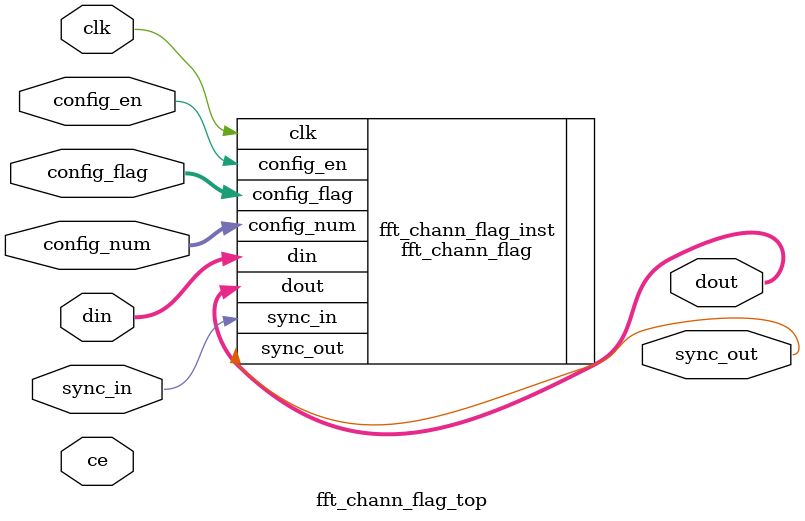
<source format=v>

module fft_chann_flag_top (
    input wire clk,
    input wire ce,
    input wire sync_in,
    input wire [143:0] din,
    output wire sync_out,
    output wire [143:0] dout,
    //config
    input wire [31:0] config_flag,
    input wire [31:0] config_num,
    input wire config_en
);



fft_chann_flag #(
    .STREAMS(4),
    .FFT_SIZE(2048),
    .DIN_WIDTH(36)
) fft_chann_flag_inst (
    .clk(clk),
    .sync_in(sync_in),
    .din(din),
    .sync_out(sync_out),
    .dout(dout),
    .config_flag(config_flag),
    .config_num(config_num),
    .config_en(config_en)
);


endmodule

</source>
